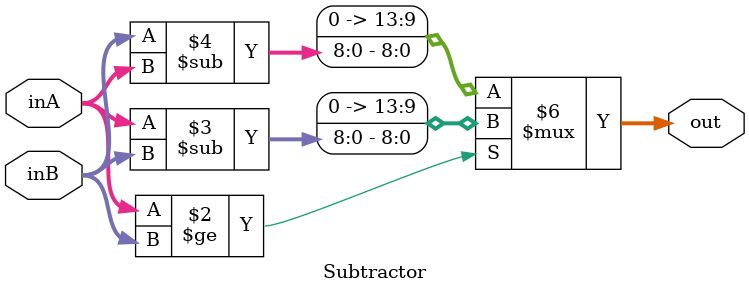
<source format=v>
`timescale 1ns / 1ps

module Subtractor(
    input [8:0] inA,
    input [8:0] inB,
    output reg [13:0] out
);
    
    always @(inA, inB)begin
        if (inA >= inB)
            out <= { 4'b0000, inA - inB};
        else
            out <= { 4'b0000, inB - inA};
    end
  
endmodule
</source>
